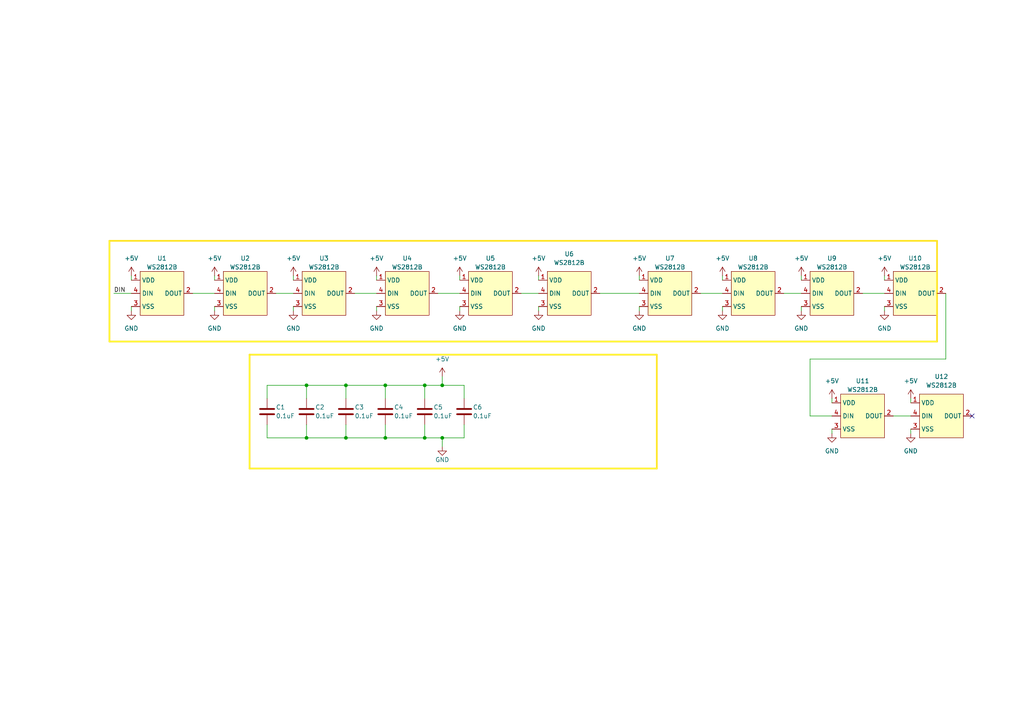
<source format=kicad_sch>
(kicad_sch (version 20230121) (generator eeschema)
  (paper "A4")
  (lib_symbols
    (symbol "Device:C" (pin_numbers hide) (pin_names (offset 0.254))
      (property "Reference" "C" (at 0.635 2.54 0))
      (property "Value" "C" (at 0.635 -2.54 0))
      (symbol "C_0_1"
        (polyline (pts (xy -2.032 -0.762) (xy 2.032 -0.762)) (stroke (width 0.508)))
        (polyline (pts (xy -2.032 0.762) (xy 2.032 0.762)) (stroke (width 0.508)))
      )
      (symbol "C_1_1"
        (pin passive line (at 0 3.81 270) (length 2.794) (name "~") (number "1"))
        (pin passive line (at 0 -3.81 90) (length 2.794) (name "~") (number "2"))
      )
    )
    (symbol "WB2182:WS2812B"
      (property "Reference" "U" (at -6.35 7.62 0))
      (property "Value" "WS2812B" (at -2.54 -7.62 0))
      (symbol "WS2812B_0_1"
        (rectangle (start -6.35 6.35) (end 6.35 -6.35) (fill (type background)))
      )
      (symbol "WS2812B_1_1"
        (pin power_in line (at -8.89 3.81 0) (length 2.54) (name "VDD") (number "1"))
        (pin output line (at 8.89 0 180) (length 2.54) (name "DOUT") (number "2"))
        (pin power_in line (at -8.89 -3.81 0) (length 2.54) (name "VSS") (number "3"))
        (pin input line (at -8.89 0 0) (length 2.54) (name "DIN") (number "4"))
      )
    )
    (symbol "power:+5V" (power) (pin_names (offset 0))
      (property "Value" "+5V" (at 0 3.556 0))
      (symbol "+5V_0_1"
        (polyline (pts (xy -0.762 1.27) (xy 0 2.54)))
        (polyline (pts (xy 0 0) (xy 0 2.54)))
        (polyline (pts (xy 0 2.54) (xy 0.762 1.27)))
      )
      (symbol "+5V_1_1"
        (pin power_in line (at 0 0 90) (length 0) hide (name "+5V") (number "1"))
      )
    )
    (symbol "power:GND" (power) (pin_names (offset 0))
      (property "Value" "GND" (at 0 -3.81 0))
      (symbol "GND_0_1"
        (polyline (pts (xy 0 0) (xy 0 -1.27) (xy 1.27 -1.27) (xy 0 -2.54) (xy -1.27 -1.27) (xy 0 -1.27)))
      )
      (symbol "GND_1_1"
        (pin power_in line (at 0 0 270) (length 0) hide (name "GND") (number "1"))
      )
    )
  )
  (junction (at 88.9 127))
  (junction (at 88.9 111.76))
  (junction (at 111.76 127))
  (junction (at 128.27 127))
  (junction (at 123.19 127))
  (junction (at 100.33 111.76))
  (junction (at 123.19 111.76))
  (junction (at 100.33 127))
  (junction (at 111.76 111.76))
  (junction (at 128.27 111.76))
  (no_connect (at 281.94 120.65))
  (wire (pts (xy 241.3 124.46) (xy 241.3 125.73)))
  (wire (pts (xy 85.09 80.01) (xy 85.09 81.28)))
  (wire (pts (xy 274.32 85.09) (xy 274.32 104.14)))
  (wire (pts (xy 173.99 85.09) (xy 185.42 85.09)))
  (wire (pts (xy 123.19 111.76) (xy 123.19 115.57)))
  (wire (pts (xy 133.35 80.01) (xy 133.35 81.28)))
  (wire (pts (xy 151.13 85.09) (xy 156.21 85.09)))
  (wire (pts (xy 77.47 111.76) (xy 77.47 115.57)))
  (wire (pts (xy 185.42 80.01) (xy 185.42 81.28)))
  (wire (pts (xy 100.33 127) (xy 111.76 127)))
  (wire (pts (xy 85.09 88.9) (xy 85.09 90.17)))
  (wire (pts (xy 234.95 120.65) (xy 241.3 120.65)))
  (wire (pts (xy 234.95 104.14) (xy 274.32 104.14)))
  (wire (pts (xy 80.01 85.09) (xy 85.09 85.09)))
  (wire (pts (xy 127 85.09) (xy 133.35 85.09)))
  (wire (pts (xy 250.19 85.09) (xy 256.54 85.09)))
  (wire (pts (xy 156.21 88.9) (xy 156.21 90.17)))
  (wire (pts (xy 203.2 85.09) (xy 209.55 85.09)))
  (wire (pts (xy 156.21 80.01) (xy 156.21 81.28)))
  (wire (pts (xy 88.9 127) (xy 100.33 127)))
  (wire (pts (xy 264.16 115.57) (xy 264.16 116.84)))
  (wire (pts (xy 123.19 111.76) (xy 128.27 111.76)))
  (wire (pts (xy 128.27 127) (xy 134.62 127)))
  (wire (pts (xy 241.3 115.57) (xy 241.3 116.84)))
  (wire (pts (xy 100.33 111.76) (xy 100.33 115.57)))
  (wire (pts (xy 102.87 85.09) (xy 109.22 85.09)))
  (wire (pts (xy 62.23 88.9) (xy 62.23 90.17)))
  (wire (pts (xy 185.42 88.9) (xy 185.42 90.17)))
  (wire (pts (xy 209.55 88.9) (xy 209.55 90.17)))
  (wire (pts (xy 128.27 109.22) (xy 128.27 111.76)))
  (wire (pts (xy 134.62 111.76) (xy 134.62 115.57)))
  (wire (pts (xy 38.1 80.01) (xy 38.1 81.28)))
  (polyline (pts (xy 31.75 69.85) (xy 271.78 69.85)) (stroke (width 0.5) (type solid) (color 255 227 36 1)))
  (wire (pts (xy 77.47 111.76) (xy 88.9 111.76)))
  (wire (pts (xy 77.47 127) (xy 88.9 127)))
  (wire (pts (xy 100.33 127) (xy 100.33 123.19)))
  (wire (pts (xy 88.9 111.76) (xy 100.33 111.76)))
  (wire (pts (xy 133.35 88.9) (xy 133.35 90.17)))
  (wire (pts (xy 209.55 80.01) (xy 209.55 81.28)))
  (polyline (pts (xy 271.78 69.85) (xy 271.78 99.06)) (stroke (width 0.5) (type solid) (color 255 227 36 1)))
  (wire (pts (xy 88.9 127) (xy 88.9 123.19)))
  (polyline (pts (xy 31.75 99.06) (xy 271.78 99.06)) (stroke (width 0.5) (type solid) (color 255 227 36 1)))
  (wire (pts (xy 62.23 80.01) (xy 62.23 81.28)))
  (polyline (pts (xy 31.75 69.85) (xy 31.75 99.06)) (stroke (width 0.5) (type solid) (color 255 227 36 1)))
  (wire (pts (xy 128.27 111.76) (xy 134.62 111.76)))
  (wire (pts (xy 111.76 127) (xy 111.76 123.19)))
  (wire (pts (xy 232.41 88.9) (xy 232.41 90.17)))
  (wire (pts (xy 227.33 85.09) (xy 232.41 85.09)))
  (wire (pts (xy 111.76 111.76) (xy 123.19 111.76)))
  (polyline (pts (xy 190.5 135.89) (xy 72.39 135.89)) (stroke (width 0.5) (type solid) (color 255 227 36 1)))
  (wire (pts (xy 134.62 127) (xy 134.62 123.19)))
  (wire (pts (xy 109.22 88.9) (xy 109.22 90.17)))
  (wire (pts (xy 232.41 80.01) (xy 232.41 81.28)))
  (wire (pts (xy 256.54 88.9) (xy 256.54 90.17)))
  (wire (pts (xy 38.1 88.9) (xy 38.1 90.17)))
  (wire (pts (xy 55.88 85.09) (xy 62.23 85.09)))
  (wire (pts (xy 123.19 127) (xy 123.19 123.19)))
  (wire (pts (xy 264.16 124.46) (xy 264.16 125.73)))
  (wire (pts (xy 100.33 111.76) (xy 111.76 111.76)))
  (wire (pts (xy 33.02 85.09) (xy 38.1 85.09)))
  (wire (pts (xy 128.27 129.54) (xy 128.27 127)))
  (wire (pts (xy 259.08 120.65) (xy 264.16 120.65)))
  (wire (pts (xy 111.76 111.76) (xy 111.76 115.57)))
  (polyline (pts (xy 190.5 102.87) (xy 190.5 135.89)) (stroke (width 0.5) (type solid) (color 255 227 36 1)))
  (wire (pts (xy 88.9 111.76) (xy 88.9 115.57)))
  (polyline (pts (xy 72.39 102.87) (xy 72.39 135.89)) (stroke (width 0.5) (type solid) (color 255 227 36 1)))
  (polyline (pts (xy 72.39 102.87) (xy 190.5 102.87)) (stroke (width 0.5) (type solid) (color 255 227 36 1)))
  (wire (pts (xy 77.47 127) (xy 77.47 123.19)))
  (wire (pts (xy 123.19 127) (xy 128.27 127)))
  (wire (pts (xy 111.76 127) (xy 123.19 127)))
  (wire (pts (xy 256.54 80.01) (xy 256.54 81.28)))
  (wire (pts (xy 234.95 120.65) (xy 234.95 104.14)))
  (wire (pts (xy 109.22 80.01) (xy 109.22 81.28)))
  (label "DIN" (at 33.02 85.09 0))
  (symbol (lib_id "power:+5V") (at 256.54 80.01 0) (unit 1)
    (property "Reference" "#PWR010" (effects hide))
    (property "Value" "+5V" (at 256.54 74.93 0))
  )
  (symbol (lib_id "power:+5V") (at 133.35 80.01 0) (unit 1)
    (property "Reference" "#PWR05" (effects hide))
    (property "Value" "+5V" (at 133.35 74.93 0))
  )
  (symbol (lib_id "WB2182:WS2812B") (at 93.98 85.09 0) (unit 1)
    (property "Reference" "U3" (at 93.98 74.93 0))
    (property "Value" "WS2812B" (at 93.98 77.47 0))
    (property "Footprint" "LED_SMD:LED_WS2812B_PLCC4_5.0x5.0mm_P3.2mm" (effects hide))
  )
  (symbol (lib_id "power:GND") (at 133.35 90.17 0) (unit 1)
    (property "Reference" "#PWR015" (effects hide))
    (property "Value" "GND" (at 133.35 95.25 0))
  )
  (symbol (lib_id "WB2182:WS2812B") (at 194.31 85.09 0) (unit 1)
    (property "Reference" "U7" (at 194.31 74.93 0))
    (property "Value" "WS2812B" (at 194.31 77.47 0))
    (property "Footprint" "LED_SMD:LED_WS2812B_PLCC4_5.0x5.0mm_P3.2mm" (effects hide))
  )
  (symbol (lib_id "power:+5V") (at 241.3 115.57 0) (unit 1)
    (property "Reference" "#PWR022" (effects hide))
    (property "Value" "+5V" (at 241.3 110.49 0))
  )
  (symbol (lib_id "power:GND") (at 185.42 90.17 0) (unit 1)
    (property "Reference" "#PWR017" (effects hide))
    (property "Value" "GND" (at 185.42 95.25 0))
  )
  (symbol (lib_id "WB2182:WS2812B") (at 265.43 85.09 0) (unit 1)
    (property "Reference" "U10" (at 265.43 74.93 0))
    (property "Value" "WS2812B" (at 265.43 77.47 0))
    (property "Footprint" "LED_SMD:LED_WS2812B_PLCC4_5.0x5.0mm_P3.2mm" (effects hide))
  )
  (symbol (lib_id "power:+5V") (at 128.27 109.22 0) (unit 1)
    (property "Reference" "#PWR021" (effects hide))
    (property "Value" "+5V" (at 128.27 104.14 0))
  )
  (symbol (lib_id "WB2182:WS2812B") (at 46.99 85.09 0) (unit 1)
    (property "Reference" "U1" (at 46.99 74.93 0))
    (property "Value" "WS2812B" (at 46.99 77.47 0))
    (property "Footprint" "LED_SMD:LED_WS2812B_PLCC4_5.0x5.0mm_P3.2mm" (effects hide))
  )
  (symbol (lib_id "power:+5V") (at 209.55 80.01 0) (unit 1)
    (property "Reference" "#PWR08" (effects hide))
    (property "Value" "+5V" (at 209.55 74.93 0))
  )
  (symbol (lib_id "power:GND") (at 156.21 90.17 0) (unit 1)
    (property "Reference" "#PWR016" (effects hide))
    (property "Value" "GND" (at 156.21 95.25 0))
  )
  (symbol (lib_id "power:+5V") (at 232.41 80.01 0) (unit 1)
    (property "Reference" "#PWR09" (effects hide))
    (property "Value" "+5V" (at 232.41 74.93 0))
  )
  (symbol (lib_id "power:GND") (at 38.1 90.17 0) (unit 1)
    (property "Reference" "#PWR011" (effects hide))
    (property "Value" "GND" (at 38.1 95.25 0))
  )
  (symbol (lib_id "WB2182:WS2812B") (at 273.05 120.65 0) (unit 1)
    (property "Reference" "U12" (at 273.05 109.22 0))
    (property "Value" "WS2812B" (at 273.05 111.76 0))
    (property "Footprint" "LED_SMD:LED_WS2812B_PLCC4_5.0x5.0mm_P3.2mm" (effects hide))
  )
  (symbol (lib_id "WB2182:WS2812B") (at 142.24 85.09 0) (unit 1)
    (property "Reference" "U5" (at 142.24 74.93 0))
    (property "Value" "WS2812B" (at 142.24 77.47 0))
    (property "Footprint" "LED_SMD:LED_WS2812B_PLCC4_5.0x5.0mm_P3.2mm" (effects hide))
  )
  (symbol (lib_id "power:GND") (at 128.27 129.54 0) (unit 1)
    (property "Reference" "#PWR026" (effects hide))
    (property "Value" "GND" (at 128.27 133.35 0))
  )
  (symbol (lib_id "Device:C") (at 88.9 119.38 0) (unit 1)
    (property "Reference" "C2" (at 91.44 118.11 0) (effects (justify left)))
    (property "Value" "0.1uF" (at 91.44 120.65 0) (effects (justify left)))
    (property "Footprint" "Capacitor_SMD:C_0805_2012Metric" (effects hide))
  )
  (symbol (lib_id "power:+5V") (at 185.42 80.01 0) (unit 1)
    (property "Reference" "#PWR07" (effects hide))
    (property "Value" "+5V" (at 185.42 74.93 0))
  )
  (symbol (lib_id "power:GND") (at 264.16 125.73 0) (unit 1)
    (property "Reference" "#PWR025" (effects hide))
    (property "Value" "GND" (at 264.16 130.81 0))
  )
  (symbol (lib_id "power:+5V") (at 109.22 80.01 0) (unit 1)
    (property "Reference" "#PWR04" (effects hide))
    (property "Value" "+5V" (at 109.22 74.93 0))
  )
  (symbol (lib_id "WB2182:WS2812B") (at 218.44 85.09 0) (unit 1)
    (property "Reference" "U8" (at 218.44 74.93 0))
    (property "Value" "WS2812B" (at 218.44 77.47 0))
    (property "Footprint" "LED_SMD:LED_WS2812B_PLCC4_5.0x5.0mm_P3.2mm" (effects hide))
  )
  (symbol (lib_id "WB2182:WS2812B") (at 71.12 85.09 0) (unit 1)
    (property "Reference" "U2" (at 71.12 74.93 0))
    (property "Value" "WS2812B" (at 71.12 77.47 0))
    (property "Footprint" "LED_SMD:LED_WS2812B_PLCC4_5.0x5.0mm_P3.2mm" (effects hide))
  )
  (symbol (lib_id "WB2182:WS2812B") (at 241.3 85.09 0) (unit 1)
    (property "Reference" "U9" (at 241.3 74.93 0))
    (property "Value" "WS2812B" (at 241.3 77.47 0))
    (property "Footprint" "LED_SMD:LED_WS2812B_PLCC4_5.0x5.0mm_P3.2mm" (effects hide))
  )
  (symbol (lib_id "power:+5V") (at 156.21 80.01 0) (unit 1)
    (property "Reference" "#PWR06" (effects hide))
    (property "Value" "+5V" (at 156.21 74.93 0))
  )
  (symbol (lib_id "power:GND") (at 256.54 90.17 0) (unit 1)
    (property "Reference" "#PWR020" (effects hide))
    (property "Value" "GND" (at 256.54 95.25 0))
  )
  (symbol (lib_id "Device:C") (at 123.19 119.38 0) (unit 1)
    (property "Reference" "C5" (at 125.73 118.11 0) (effects (justify left)))
    (property "Value" "0.1uF" (at 125.73 120.65 0) (effects (justify left)))
    (property "Footprint" "Capacitor_SMD:C_0805_2012Metric" (effects hide))
  )
  (symbol (lib_id "WB2182:WS2812B") (at 250.19 120.65 0) (unit 1)
    (property "Reference" "U11" (at 250.19 110.49 0))
    (property "Value" "WS2812B" (at 250.19 113.03 0))
    (property "Footprint" "LED_SMD:LED_WS2812B_PLCC4_5.0x5.0mm_P3.2mm" (effects hide))
  )
  (symbol (lib_id "power:GND") (at 241.3 125.73 0) (unit 1)
    (property "Reference" "#PWR024" (effects hide))
    (property "Value" "GND" (at 241.3 130.81 0))
  )
  (symbol (lib_id "Device:C") (at 134.62 119.38 0) (unit 1)
    (property "Reference" "C6" (at 137.16 118.11 0) (effects (justify left)))
    (property "Value" "0.1uF" (at 137.16 120.65 0) (effects (justify left)))
    (property "Footprint" "Capacitor_SMD:C_0805_2012Metric" (effects hide))
  )
  (symbol (lib_id "power:+5V") (at 264.16 115.57 0) (unit 1)
    (property "Reference" "#PWR023" (effects hide))
    (property "Value" "+5V" (at 264.16 110.49 0))
  )
  (symbol (lib_id "WB2182:WS2812B") (at 165.1 85.09 0) (unit 1)
    (property "Reference" "U6" (at 165.1 73.66 0))
    (property "Value" "WS2812B" (at 165.1 76.2 0))
    (property "Footprint" "LED_SMD:LED_WS2812B_PLCC4_5.0x5.0mm_P3.2mm" (effects hide))
  )
  (symbol (lib_id "WB2182:WS2812B") (at 118.11 85.09 0) (unit 1)
    (property "Reference" "U4" (at 118.11 74.93 0))
    (property "Value" "WS2812B" (at 118.11 77.47 0))
    (property "Footprint" "LED_SMD:LED_WS2812B_PLCC4_5.0x5.0mm_P3.2mm" (effects hide))
  )
  (symbol (lib_id "power:GND") (at 109.22 90.17 0) (unit 1)
    (property "Reference" "#PWR014" (effects hide))
    (property "Value" "GND" (at 109.22 95.25 0))
  )
  (symbol (lib_id "power:GND") (at 85.09 90.17 0) (unit 1)
    (property "Reference" "#PWR013" (effects hide))
    (property "Value" "GND" (at 85.09 95.25 0))
  )
  (symbol (lib_id "power:GND") (at 232.41 90.17 0) (unit 1)
    (property "Reference" "#PWR019" (effects hide))
    (property "Value" "GND" (at 232.41 95.25 0))
  )
  (symbol (lib_id "power:+5V") (at 62.23 80.01 0) (unit 1)
    (property "Reference" "#PWR02" (effects hide))
    (property "Value" "+5V" (at 62.23 74.93 0))
  )
  (symbol (lib_id "Device:C") (at 77.47 119.38 0) (unit 1)
    (property "Reference" "C1" (at 80.01 118.11 0) (effects (justify left)))
    (property "Value" "0.1uF" (at 80.01 120.65 0) (effects (justify left)))
    (property "Footprint" "Capacitor_SMD:C_0805_2012Metric" (effects hide))
  )
  (symbol (lib_id "power:GND") (at 209.55 90.17 0) (unit 1)
    (property "Reference" "#PWR018" (effects hide))
    (property "Value" "GND" (at 209.55 95.25 0))
  )
  (symbol (lib_id "power:+5V") (at 85.09 80.01 0) (unit 1)
    (property "Reference" "#PWR03" (effects hide))
    (property "Value" "+5V" (at 85.09 74.93 0))
  )
  (symbol (lib_id "Device:C") (at 100.33 119.38 0) (unit 1)
    (property "Reference" "C3" (at 102.87 118.11 0) (effects (justify left)))
    (property "Value" "0.1uF" (at 102.87 120.65 0) (effects (justify left)))
    (property "Footprint" "Capacitor_SMD:C_0805_2012Metric" (effects hide))
  )
  (symbol (lib_id "Device:C") (at 111.76 119.38 0) (unit 1)
    (property "Reference" "C4" (at 114.3 118.11 0) (effects (justify left)))
    (property "Value" "0.1uF" (at 114.3 120.65 0) (effects (justify left)))
    (property "Footprint" "Capacitor_SMD:C_0805_2012Metric" (effects hide))
  )
  (symbol (lib_id "power:+5V") (at 38.1 80.01 0) (unit 1)
    (property "Reference" "#PWR01" (effects hide))
    (property "Value" "+5V" (at 38.1 74.93 0))
  )
  (symbol (lib_id "power:GND") (at 62.23 90.17 0) (unit 1)
    (property "Reference" "#PWR012" (effects hide))
    (property "Value" "GND" (at 62.23 95.25 0))
  )
)
</source>
